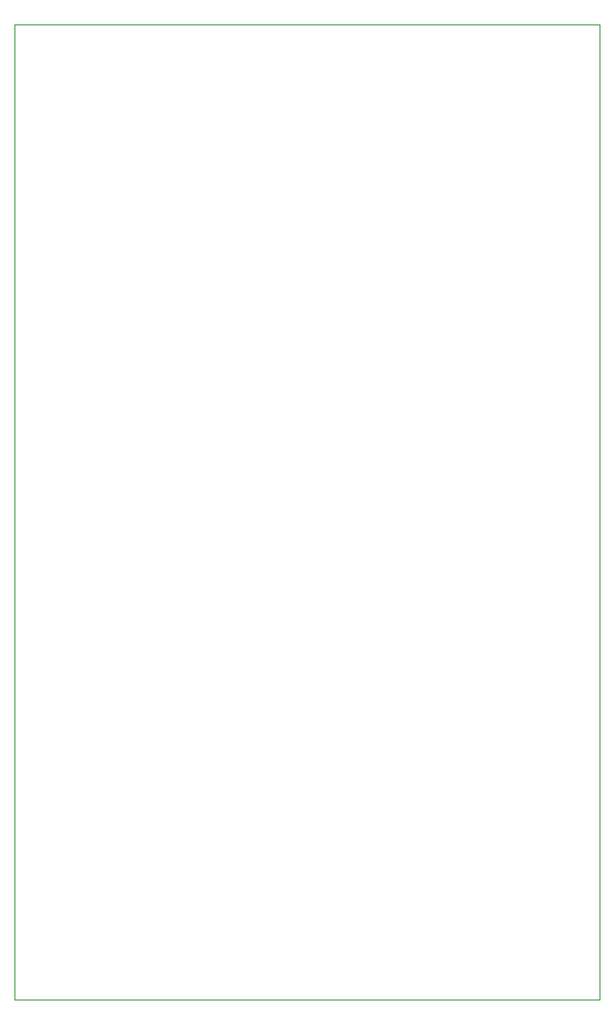
<source format=gbr>
G04 Layer_Color=0*
%FSLAX26Y26*%
%MOIN*%
%TF.FileFunction,Profile,NP*%
%TF.Part,Single*%
G01*
G75*
%TA.AperFunction,Profile*%
%ADD61C,0.001000*%
D61*
X-174244Y-2689000D02*
X1981000Y-2689000D01*
X1981000Y900000D01*
X-174244Y900000D01*
Y-2689000D01*
%TF.MD5,6157f2052ae4c42e0c751357ddd3383a*%
M02*

</source>
